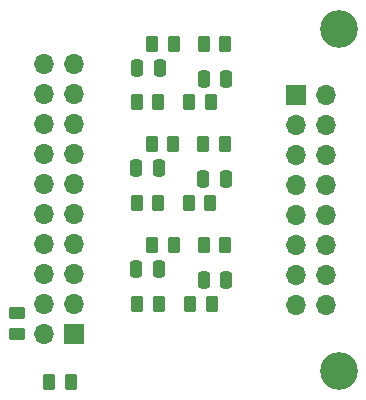
<source format=gbs>
G04 #@! TF.GenerationSoftware,KiCad,Pcbnew,(6.0.6)*
G04 #@! TF.CreationDate,2022-08-29T15:05:00+02:00*
G04 #@! TF.ProjectId,analog-buffer-six-channels,616e616c-6f67-42d6-9275-666665722d73,rev?*
G04 #@! TF.SameCoordinates,Original*
G04 #@! TF.FileFunction,Soldermask,Bot*
G04 #@! TF.FilePolarity,Negative*
%FSLAX46Y46*%
G04 Gerber Fmt 4.6, Leading zero omitted, Abs format (unit mm)*
G04 Created by KiCad (PCBNEW (6.0.6)) date 2022-08-29 15:05:00*
%MOMM*%
%LPD*%
G01*
G04 APERTURE LIST*
G04 Aperture macros list*
%AMRoundRect*
0 Rectangle with rounded corners*
0 $1 Rounding radius*
0 $2 $3 $4 $5 $6 $7 $8 $9 X,Y pos of 4 corners*
0 Add a 4 corners polygon primitive as box body*
4,1,4,$2,$3,$4,$5,$6,$7,$8,$9,$2,$3,0*
0 Add four circle primitives for the rounded corners*
1,1,$1+$1,$2,$3*
1,1,$1+$1,$4,$5*
1,1,$1+$1,$6,$7*
1,1,$1+$1,$8,$9*
0 Add four rect primitives between the rounded corners*
20,1,$1+$1,$2,$3,$4,$5,0*
20,1,$1+$1,$4,$5,$6,$7,0*
20,1,$1+$1,$6,$7,$8,$9,0*
20,1,$1+$1,$8,$9,$2,$3,0*%
G04 Aperture macros list end*
%ADD10RoundRect,0.250000X0.450000X-0.262500X0.450000X0.262500X-0.450000X0.262500X-0.450000X-0.262500X0*%
%ADD11C,3.200000*%
%ADD12R,1.700000X1.700000*%
%ADD13O,1.700000X1.700000*%
%ADD14RoundRect,0.250000X-0.250000X-0.475000X0.250000X-0.475000X0.250000X0.475000X-0.250000X0.475000X0*%
%ADD15RoundRect,0.250000X-0.262500X-0.450000X0.262500X-0.450000X0.262500X0.450000X-0.262500X0.450000X0*%
%ADD16RoundRect,0.250000X0.250000X0.475000X-0.250000X0.475000X-0.250000X-0.475000X0.250000X-0.475000X0*%
G04 APERTURE END LIST*
D10*
X54279800Y-61671200D03*
X54279800Y-59846200D03*
D11*
X81508600Y-35788600D03*
X81508600Y-64770000D03*
D12*
X59066200Y-61678900D03*
D13*
X56526200Y-61678900D03*
X59066200Y-59138900D03*
X56526200Y-59138900D03*
X59066200Y-56598900D03*
X56526200Y-56598900D03*
X59066200Y-54058900D03*
X56526200Y-54058900D03*
X59066200Y-51518900D03*
X56526200Y-51518900D03*
X59066200Y-48978900D03*
X56526200Y-48978900D03*
X59066200Y-46438900D03*
X56526200Y-46438900D03*
X59066200Y-43898900D03*
X56526200Y-43898900D03*
X59066200Y-41358900D03*
X56526200Y-41358900D03*
X59066200Y-38818900D03*
X56526200Y-38818900D03*
D12*
X77890600Y-41378900D03*
D13*
X80430600Y-41378900D03*
X77890600Y-43918900D03*
X80430600Y-43918900D03*
X77890600Y-46458900D03*
X80430600Y-46458900D03*
X77890600Y-48998900D03*
X80430600Y-48998900D03*
X77890600Y-51538900D03*
X80430600Y-51538900D03*
X77890600Y-54078900D03*
X80430600Y-54078900D03*
X77890600Y-56618900D03*
X80430600Y-56618900D03*
X77890600Y-59158900D03*
X80430600Y-59158900D03*
D14*
X70117300Y-57073800D03*
X72017300Y-57073800D03*
D15*
X70104000Y-54152800D03*
X71929000Y-54152800D03*
X70076700Y-37072800D03*
X71901700Y-37072800D03*
X70027800Y-45578800D03*
X71852800Y-45578800D03*
X64416300Y-42051200D03*
X66241300Y-42051200D03*
D14*
X70066500Y-48525200D03*
X71966500Y-48525200D03*
D15*
X64414400Y-50582600D03*
X66239400Y-50582600D03*
D16*
X66353100Y-39141400D03*
X64453100Y-39141400D03*
D15*
X65709800Y-54127400D03*
X67534800Y-54127400D03*
X68857500Y-42051200D03*
X70682500Y-42051200D03*
D16*
X66276900Y-56184800D03*
X64376900Y-56184800D03*
D15*
X68935600Y-59131200D03*
X70760600Y-59131200D03*
X65686300Y-45578800D03*
X67511300Y-45578800D03*
X57024900Y-65735200D03*
X58849900Y-65735200D03*
D14*
X70117300Y-40030400D03*
X72017300Y-40030400D03*
D15*
X64439800Y-59131200D03*
X66264800Y-59131200D03*
X68808600Y-50582600D03*
X70633600Y-50582600D03*
D16*
X66266700Y-47636200D03*
X64366700Y-47636200D03*
D15*
X65733300Y-37072800D03*
X67558300Y-37072800D03*
M02*

</source>
